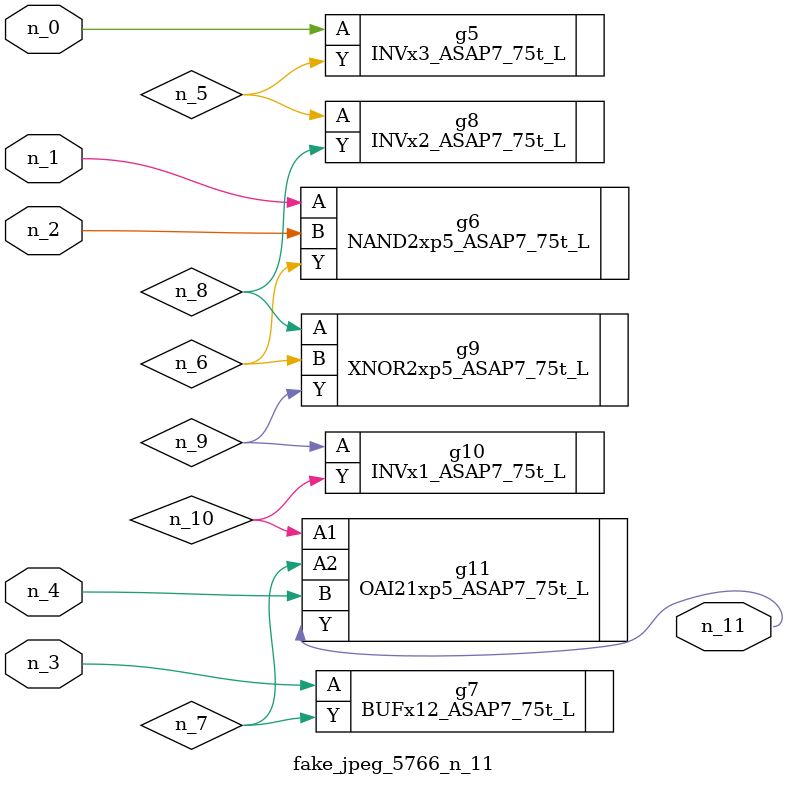
<source format=v>
module fake_jpeg_5766_n_11 (n_3, n_2, n_1, n_0, n_4, n_11);

input n_3;
input n_2;
input n_1;
input n_0;
input n_4;

output n_11;

wire n_10;
wire n_8;
wire n_9;
wire n_6;
wire n_5;
wire n_7;

INVx3_ASAP7_75t_L g5 ( 
.A(n_0),
.Y(n_5)
);

NAND2xp5_ASAP7_75t_L g6 ( 
.A(n_1),
.B(n_2),
.Y(n_6)
);

BUFx12_ASAP7_75t_L g7 ( 
.A(n_3),
.Y(n_7)
);

INVx2_ASAP7_75t_L g8 ( 
.A(n_5),
.Y(n_8)
);

XNOR2xp5_ASAP7_75t_L g9 ( 
.A(n_8),
.B(n_6),
.Y(n_9)
);

INVx1_ASAP7_75t_L g10 ( 
.A(n_9),
.Y(n_10)
);

OAI21xp5_ASAP7_75t_L g11 ( 
.A1(n_10),
.A2(n_7),
.B(n_4),
.Y(n_11)
);


endmodule
</source>
